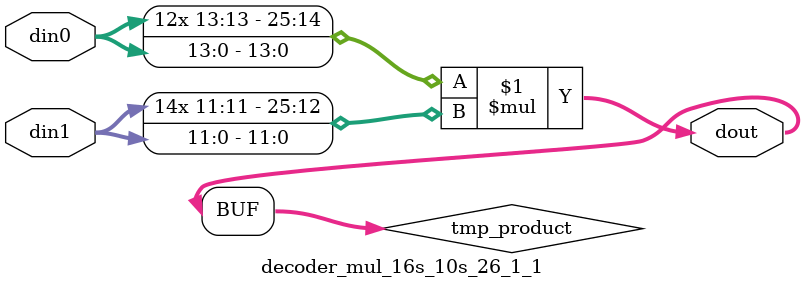
<source format=v>

`timescale 1 ns / 1 ps

 module decoder_mul_16s_10s_26_1_1(din0, din1, dout);
parameter ID = 1;
parameter NUM_STAGE = 0;
parameter din0_WIDTH = 14;
parameter din1_WIDTH = 12;
parameter dout_WIDTH = 26;

input [din0_WIDTH - 1 : 0] din0; 
input [din1_WIDTH - 1 : 0] din1; 
output [dout_WIDTH - 1 : 0] dout;

wire signed [dout_WIDTH - 1 : 0] tmp_product;



























assign tmp_product = $signed(din0) * $signed(din1);








assign dout = tmp_product;





















endmodule

</source>
